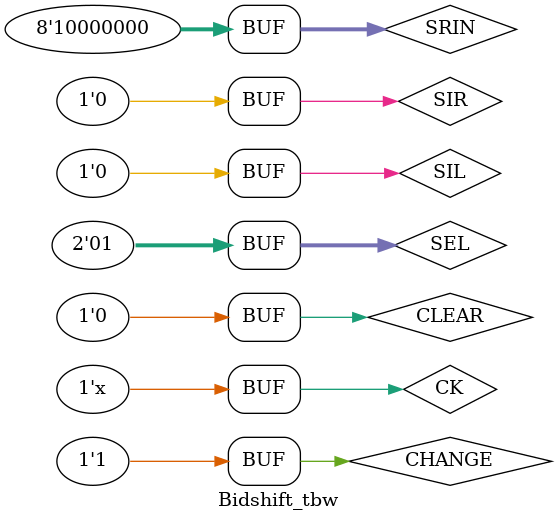
<source format=v>
`timescale 1ns / 1ps


module Bidshift_tbw;

	// Inputs
	reg [7:0] SRIN;
	reg [1:0] SEL;
	reg CK;
	reg CLEAR;
	reg SIL;
	reg SIR;

	// Outputs
	wire [7:0] SROUT;
	
	// Instantiate the Unit Under Test (UUT)
	Bidshift uut (
		.SRIN(SRIN), 
		.SEL(SEL), 
		.CK(CK), 
		.CLEAR(CLEAR), 
		.SIL(SIL), 
		.SIR(SIR), 
		.SROUT(SROUT)
	);
	
	reg CHANGE = 1'b0;

	//5 MHz clock running for 5500 ns
	always @ (CHANGE)
	begin
		repeat (55)
		begin
			#100;
			CK <= ~CK;
		end
	end

	initial begin
		// Initialize Inputs
		CHANGE = 1'b1;
		SRIN = 8'b10000000;
		SEL = 2'b00;
		CLEAR = 1'b1;
		CK = 1'b0;
		SIL = 1'b0;
		SIR = 1'b0;		
		#100;
		
		//Parallel load
		SEL = 2'b11;		
		#400;
		
		// Left shift with SIL = 1
		SEL = 2'b10;
		SIL = 1'b1;
		#800;

		// Left shift with SIL = 0
		SEL = 2'b10;
		SIL = 1'b0;
		#800;

		//Unchanged outputs
		SEL = 2'b00;		
		#400;
		
		//Parallel load
		SEL = 2'b11;
		#400;
		
		// Right shift with SIR = 1
		SEL = 2'b01;
		SIR = 1'b1;
		#800;
		
		// Right shift with SIR = 0
		SEL = 2'b01;
		SIR = 1'b0;
		#800;

		//Clear
		CLEAR = 1'b0;
		#500;
	end
  
endmodule


</source>
